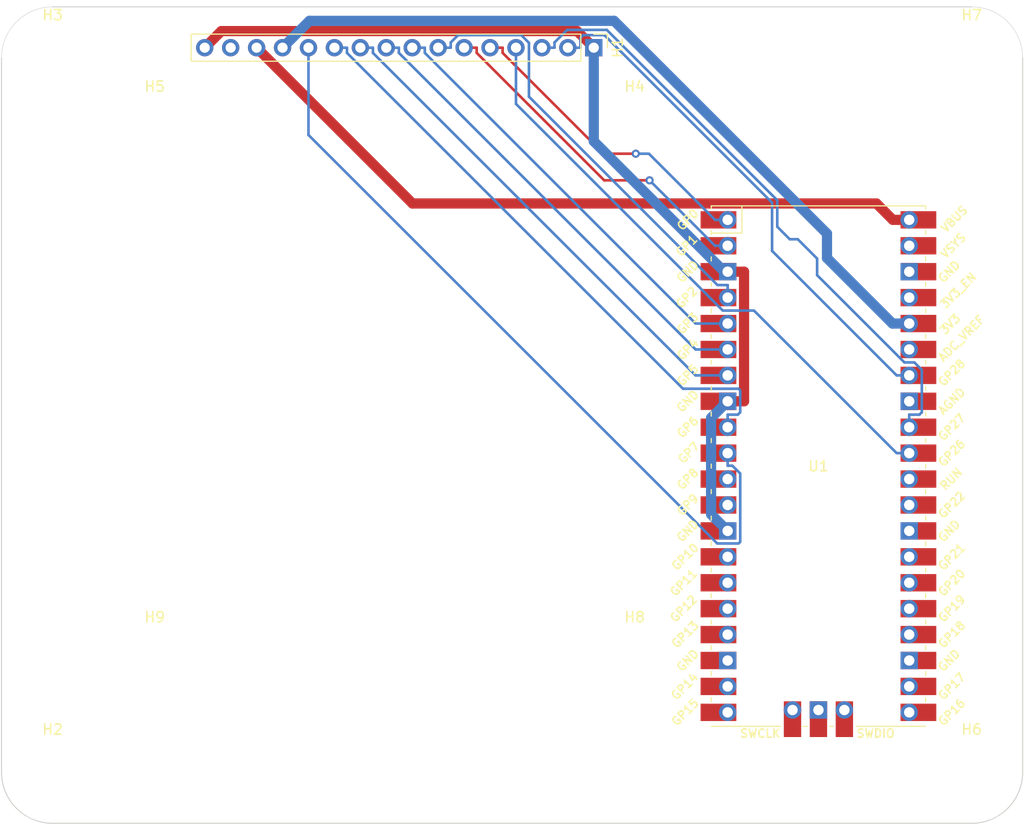
<source format=kicad_pcb>
(kicad_pcb (version 20211014) (generator pcbnew)
  (layers (0 "F.Cu" signal) (31 "B.Cu" signal) (34 "B.Paste" user) (35 "F.Paste" user) (36 "B.SilkS" user "B.Silkscreen") (37 "F.SilkS" user "F.Silkscreen") (38 "B.Mask" user) (39 "F.Mask" user) (44 "Edge.Cuts" user))
  (net 0 "")
  (net 1 "/0V")
  (net 2 "/ADC2")
  (net 3 "/ADC1")
  (net 4 "/ADC0")
  (net 5 "/GP0")
  (net 6 "/GP1")
  (net 7 "/GP2")
  (net 8 "/GP3")
  (net 9 "/GP4")
  (net 10 "/GP5")
  (net 11 "/GP6")
  (net 12 "/GP7")
  (net 13 "/3.3V")
  (net 14 "/5V")
  (net 15 "/12V")
  (net 16 "/GP8")
  (net 17 "/GP9")
  (footprint "MountingHole:MountingHole_3.2mm_M3" (layer "F.Cu") (at 117 99)
    (fp_text reference "H8" (at 0 -4.2) (layer "F.SilkS"))
    (fp_text value "MountingHole")
    (pad "" np_thru_hole circle (at 0 0) (size 3.2 3.2) (drill 3.2) (layers *.Cu *.Mask))
  )
  (footprint "MCU_RaspberryPi_and_Boards:RPi_Pico_SMD_TH" (layer "F.Cu") (at 135 80)
    (fp_text reference "U1" (at 0 0) (layer "F.SilkS"))
    (fp_text value "Pico")
    (fp_text user "GP12" (at -13.2 13.97 45) (layer "F.SilkS") (effects (font (size 0.8 0.8))))
    (fp_text user "SWCLK" (at -5.7 26.2) (layer "F.SilkS") (effects (font (size 0.8 0.8))))
    (fp_text user "GP13" (at -13.054 16.51 45) (layer "F.SilkS") (effects (font (size 0.8 0.8))))
    (fp_text user "GP22" (at 13.054 3.81 45) (layer "F.SilkS") (effects (font (size 0.8 0.8))))
    (fp_text user "RUN" (at 13 1.27 45) (layer "F.SilkS") (effects (font (size 0.8 0.8))))
    (fp_text user "GND" (at -12.8 19.05 45) (layer "F.SilkS") (effects (font (size 0.8 0.8))))
    (fp_text user "AGND" (at 13.054 -6.35 45) (layer "F.SilkS") (effects (font (size 0.8 0.8))))
    (fp_text user "GP27" (at 13.054 -3.8 45) (layer "F.SilkS") (effects (font (size 0.8 0.8))))
    (fp_text user "ADC_VREF" (at 14 -12.5 45) (layer "F.SilkS") (effects (font (size 0.8 0.8))))
    (fp_text user "GP7" (at -12.7 -1.3 45) (layer "F.SilkS") (effects (font (size 0.8 0.8))))
    (fp_text user "GND" (at -12.8 -19.05 45) (layer "F.SilkS") (effects (font (size 0.8 0.8))))
    (fp_text user "GP14" (at -13.1 21.59 45) (layer "F.SilkS") (effects (font (size 0.8 0.8))))
    (fp_text user "GP28" (at 13.054 -9.144 45) (layer "F.SilkS") (effects (font (size 0.8 0.8))))
    (fp_text user "3V3_EN" (at 13.7 -17.2 45) (layer "F.SilkS") (effects (font (size 0.8 0.8))))
    (fp_text user "GND" (at 12.8 6.35 45) (layer "F.SilkS") (effects (font (size 0.8 0.8))))
    (fp_text user "3V3" (at 12.9 -13.9 45) (layer "F.SilkS") (effects (font (size 0.8 0.8))))
    (fp_text user "VBUS" (at 13.3 -24.2 45) (layer "F.SilkS") (effects (font (size 0.8 0.8))))
    (fp_text user "GP2" (at -12.9 -16.51 45) (layer "F.SilkS") (effects (font (size 0.8 0.8))))
    (fp_text user "GP1" (at -12.9 -21.6 45) (layer "F.SilkS") (effects (font (size 0.8 0.8))))
    (fp_text user "GP17" (at 13.054 21.59 45) (layer "F.SilkS") (effects (font (size 0.8 0.8))))
    (fp_text user "GP10" (at -13.054 8.89 45) (layer "F.SilkS") (effects (font (size 0.8 0.8))))
    (fp_text user "GND" (at 12.8 -19.05 45) (layer "F.SilkS") (effects (font (size 0.8 0.8))))
    (fp_text user "GND" (at 12.8 19.05 45) (layer "F.SilkS") (effects (font (size 0.8 0.8))))
    (fp_text user "GP16" (at 13.054 24.13 45) (layer "F.SilkS") (effects (font (size 0.8 0.8))))
    (fp_text user "GND" (at -12.8 -6.35 45) (layer "F.SilkS") (effects (font (size 0.8 0.8))))
    (fp_text user "GND" (at -12.8 6.35 45) (layer "F.SilkS") (effects (font (size 0.8 0.8))))
    (fp_text user "VSYS" (at 13.2 -21.59 45) (layer "F.SilkS") (effects (font (size 0.8 0.8))))
    (fp_text user "GP8" (at -12.8 1.27 45) (layer "F.SilkS") (effects (font (size 0.8 0.8))))
    (fp_text user "GP0" (at -12.8 -24.13 45) (layer "F.SilkS") (effects (font (size 0.8 0.8))))
    (fp_text user "SWDIO" (at 5.6 26.2) (layer "F.SilkS") (effects (font (size 0.8 0.8))))
    (fp_text user "GP18" (at 13.054 16.51 45) (layer "F.SilkS") (effects (font (size 0.8 0.8))))
    (fp_text user "GP4" (at -12.8 -11.43 45) (layer "F.SilkS") (effects (font (size 0.8 0.8))))
    (fp_text user "GP6" (at -12.8 -3.81 45) (layer "F.SilkS") (effects (font (size 0.8 0.8))))
    (fp_text user "GP3" (at -12.8 -13.97 45) (layer "F.SilkS") (effects (font (size 0.8 0.8))))
    (fp_text user "GP9" (at -12.8 3.81 45) (layer "F.SilkS") (effects (font (size 0.8 0.8))))
    (fp_text user "GP26" (at 13.054 -1.27 45) (layer "F.SilkS") (effects (font (size 0.8 0.8))))
    (fp_text user "GP20" (at 13.054 11.43 45) (layer "F.SilkS") (effects (font (size 0.8 0.8))))
    (fp_text user "GP5" (at -12.8 -8.89 45) (layer "F.SilkS") (effects (font (size 0.8 0.8))))
    (fp_text user "GP19" (at 13.054 13.97 45) (layer "F.SilkS") (effects (font (size 0.8 0.8))))
    (fp_text user "GP21" (at 13.054 8.9 45) (layer "F.SilkS") (effects (font (size 0.8 0.8))))
    (fp_text user "GP15" (at -13.054 24.13 45) (layer "F.SilkS") (effects (font (size 0.8 0.8))))
    (fp_text user "GP11" (at -13.2 11.43 45) (layer "F.SilkS") (effects (font (size 0.8 0.8))))
    (fp_line (start -3.7 25.5) (end -10.5 25.5) (layer "F.SilkS") (width 0.12))
    (fp_line (start 10.5 -15.4) (end 10.5 -15) (layer "F.SilkS") (width 0.12))
    (fp_line (start -10.5 15.1) (end -10.5 15.5) (layer "F.SilkS") (width 0.12))
    (fp_line (start -10.5 -15.4) (end -10.5 -15) (layer "F.SilkS") (width 0.12))
    (fp_line (start -10.5 -2.7) (end -10.5 -2.3) (layer "F.SilkS") (width 0.12))
    (fp_line (start -10.5 20.1) (end -10.5 20.5) (layer "F.SilkS") (width 0.12))
    (fp_line (start -10.5 -23.1) (end -10.5 -22.7) (layer "F.SilkS") (width 0.12))
    (fp_line (start -10.5 -12.9) (end -10.5 -12.5) (layer "F.SilkS") (width 0.12))
    (fp_line (start -10.5 -22.833) (end -7.493 -22.833) (layer "F.SilkS") (width 0.12))
    (fp_line (start 10.5 -25.5) (end 10.5 -25.2) (layer "F.SilkS") (width 0.12))
    (fp_line (start 10.5 4.9) (end 10.5 5.3) (layer "F.SilkS") (width 0.12))
    (fp_line (start 10.5 25.5) (end 3.7 25.5) (layer "F.SilkS") (width 0.12))
    (fp_line (start -10.5 -20.5) (end -10.5 -20.1) (layer "F.SilkS") (width 0.12))
    (fp_line (start 10.5 -10.4) (end 10.5 -10) (layer "F.SilkS") (width 0.12))
    (fp_line (start 10.5 -2.7) (end 10.5 -2.3) (layer "F.SilkS") (width 0.12))
    (fp_line (start -10.5 22.7) (end -10.5 23.1) (layer "F.SilkS") (width 0.12))
    (fp_line (start 10.5 10) (end 10.5 10.4) (layer "F.SilkS") (width 0.12))
    (fp_line (start -10.5 -7.8) (end -10.5 -7.4) (layer "F.SilkS") (width 0.12))
    (fp_line (start -10.5 -25.5) (end -10.5 -25.2) (layer "F.SilkS") (width 0.12))
    (fp_line (start -10.5 -18) (end -10.5 -17.6) (layer "F.SilkS") (width 0.12))
    (fp_line (start 10.5 -0.2) (end 10.5 0.2) (layer "F.SilkS") (width 0.12))
    (fp_line (start -10.5 -0.2) (end -10.5 0.2) (layer "F.SilkS") (width 0.12))
    (fp_line (start 10.5 -20.5) (end 10.5 -20.1) (layer "F.SilkS") (width 0.12))
    (fp_line (start -10.5 7.4) (end -10.5 7.8) (layer "F.SilkS") (width 0.12))
    (fp_line (start 10.5 -18) (end 10.5 -17.6) (layer "F.SilkS") (width 0.12))
    (fp_line (start 10.5 12.5) (end 10.5 12.9) (layer "F.SilkS") (width 0.12))
    (fp_line (start 10.5 20.1) (end 10.5 20.5) (layer "F.SilkS") (width 0.12))
    (fp_line (start -1.5 25.5) (end -1.1 25.5) (layer "F.SilkS") (width 0.12))
    (fp_line (start -10.5 10) (end -10.5 10.4) (layer "F.SilkS") (width 0.12))
    (fp_line (start 10.5 2.3) (end 10.5 2.7) (layer "F.SilkS") (width 0.12))
    (fp_line (start -10.5 4.9) (end -10.5 5.3) (layer "F.SilkS") (width 0.12))
    (fp_line (start 10.5 22.7) (end 10.5 23.1) (layer "F.SilkS") (width 0.12))
    (fp_line (start 10.5 15.1) (end 10.5 15.5) (layer "F.SilkS") (width 0.12))
    (fp_line (start 10.5 -5.3) (end 10.5 -4.9) (layer "F.SilkS") (width 0.12))
    (fp_line (start 10.5 7.4) (end 10.5 7.8) (layer "F.SilkS") (width 0.12))
    (fp_line (start -7.493 -22.833) (end -7.493 -25.5) (layer "F.SilkS") (width 0.12))
    (fp_line (start -10.5 -25.5) (end 10.5 -25.5) (layer "F.SilkS") (width 0.12))
    (fp_line (start -10.5 12.5) (end -10.5 12.9) (layer "F.SilkS") (width 0.12))
    (fp_line (start -10.5 2.3) (end -10.5 2.7) (layer "F.SilkS") (width 0.12))
    (fp_line (start 10.5 -23.1) (end 10.5 -22.7) (layer "F.SilkS") (width 0.12))
    (fp_line (start 10.5 -7.8) (end 10.5 -7.4) (layer "F.SilkS") (width 0.12))
    (fp_line (start -10.5 17.6) (end -10.5 18) (layer "F.SilkS") (width 0.12))
    (fp_line (start 10.5 -12.9) (end 10.5 -12.5) (layer "F.SilkS") (width 0.12))
    (fp_line (start -10.5 -10.4) (end -10.5 -10) (layer "F.SilkS") (width 0.12))
    (fp_line (start 1.1 25.5) (end 1.5 25.5) (layer "F.SilkS") (width 0.12))
    (fp_line (start -10.5 -5.3) (end -10.5 -4.9) (layer "F.SilkS") (width 0.12))
    (fp_line (start 10.5 17.6) (end 10.5 18) (layer "F.SilkS") (width 0.12))
    (pad "" np_thru_hole oval (at -2.725 -24) (size 1.8 1.8) (drill 1.8) (layers *.Cu *.Mask))
    (pad "" np_thru_hole oval (at -2.425 -20.97) (size 1.5 1.5) (drill 1.5) (layers *.Cu *.Mask))
    (pad "" np_thru_hole oval (at 2.425 -20.97) (size 1.5 1.5) (drill 1.5) (layers *.Cu *.Mask))
    (pad "" np_thru_hole oval (at 2.725 -24) (size 1.8 1.8) (drill 1.8) (layers *.Cu *.Mask))
    (pad "1" smd rect (at -8.89 -24.13) (size 3.5 1.7) (drill (offset -0.9 0)) (layers "F.Cu" "F.Mask") (net 5 "/GP0"))
    (pad "1" thru_hole oval (at -8.89 -24.13) (size 1.7 1.7) (drill 1.02) (layers *.Cu *.Mask) (net 5 "/GP0"))
    (pad "2" smd rect (at -8.89 -21.59) (size 3.5 1.7) (drill (offset -0.9 0)) (layers "F.Cu" "F.Mask") (net 6 "/GP1"))
    (pad "2" thru_hole oval (at -8.89 -21.59) (size 1.7 1.7) (drill 1.02) (layers *.Cu *.Mask) (net 6 "/GP1"))
    (pad "3" smd rect (at -8.89 -19.05) (size 3.5 1.7) (drill (offset -0.9 0)) (layers "F.Cu" "F.Mask") (net 1 "/0V"))
    (pad "3" thru_hole rect (at -8.89 -19.05) (size 1.7 1.7) (drill 1.02) (layers *.Cu *.Mask) (net 1 "/0V"))
    (pad "4" smd rect (at -8.89 -16.51) (size 3.5 1.7) (drill (offset -0.9 0)) (layers "F.Cu" "F.Mask") (net 7 "/GP2"))
    (pad "4" thru_hole oval (at -8.89 -16.51) (size 1.7 1.7) (drill 1.02) (layers *.Cu *.Mask) (net 7 "/GP2"))
    (pad "5" thru_hole oval (at -8.89 -13.97) (size 1.7 1.7) (drill 1.02) (layers *.Cu *.Mask) (net 8 "/GP3"))
    (pad "5" smd rect (at -8.89 -13.97) (size 3.5 1.7) (drill (offset -0.9 0)) (layers "F.Cu" "F.Mask") (net 8 "/GP3"))
    (pad "6" smd rect (at -8.89 -11.43) (size 3.5 1.7) (drill (offset -0.9 0)) (layers "F.Cu" "F.Mask") (net 9 "/GP4"))
    (pad "6" thru_hole oval (at -8.89 -11.43) (size 1.7 1.7) (drill 1.02) (layers *.Cu *.Mask) (net 9 "/GP4"))
    (pad "7" smd rect (at -8.89 -8.89) (size 3.5 1.7) (drill (offset -0.9 0)) (layers "F.Cu" "F.Mask") (net 10 "/GP5"))
    (pad "7" thru_hole oval (at -8.89 -8.89) (size 1.7 1.7) (drill 1.02) (layers *.Cu *.Mask) (net 10 "/GP5"))
    (pad "8" thru_hole rect (at -8.89 -6.35) (size 1.7 1.7) (drill 1.02) (layers *.Cu *.Mask) (net 1 "/0V"))
    (pad "8" smd rect (at -8.89 -6.35) (size 3.5 1.7) (drill (offset -0.9 0)) (layers "F.Cu" "F.Mask") (net 1 "/0V"))
    (pad "9" thru_hole oval (at -8.89 -3.81) (size 1.7 1.7) (drill 1.02) (layers *.Cu *.Mask) (net 11 "/GP6"))
    (pad "9" smd rect (at -8.89 -3.81) (size 3.5 1.7) (drill (offset -0.9 0)) (layers "F.Cu" "F.Mask") (net 11 "/GP6"))
    (pad "10" thru_hole oval (at -8.89 -1.27) (size 1.7 1.7) (drill 1.02) (layers *.Cu *.Mask) (net 12 "/GP7"))
    (pad "10" smd rect (at -8.89 -1.27) (size 3.5 1.7) (drill (offset -0.9 0)) (layers "F.Cu" "F.Mask") (net 12 "/GP7"))
    (pad "11" thru_hole oval (at -8.89 1.27) (size 1.7 1.7) (drill 1.02) (layers *.Cu *.Mask) (net 16 "/GP8"))
    (pad "11" smd rect (at -8.89 1.27) (size 3.5 1.7) (drill (offset -0.9 0)) (layers "F.Cu" "F.Mask") (net 16 "/GP8"))
    (pad "12" thru_hole oval (at -8.89 3.81) (size 1.7 1.7) (drill 1.02) (layers *.Cu *.Mask) (net 17 "/GP9"))
    (pad "12" smd rect (at -8.89 3.81) (size 3.5 1.7) (drill (offset -0.9 0)) (layers "F.Cu" "F.Mask") (net 17 "/GP9"))
    (pad "13" smd rect (at -8.89 6.35) (size 3.5 1.7) (drill (offset -0.9 0)) (layers "F.Cu" "F.Mask") (net 1 "/0V"))
    (pad "13" thru_hole rect (at -8.89 6.35) (size 1.7 1.7) (drill 1.02) (layers *.Cu *.Mask) (net 1 "/0V"))
    (pad "14" smd rect (at -8.89 8.89) (size 3.5 1.7) (drill (offset -0.9 0)) (layers "F.Cu" "F.Mask"))
    (pad "14" thru_hole oval (at -8.89 8.89) (size 1.7 1.7) (drill 1.02) (layers *.Cu *.Mask))
    (pad "15" smd rect (at -8.89 11.43) (size 3.5 1.7) (drill (offset -0.9 0)) (layers "F.Cu" "F.Mask"))
    (pad "15" thru_hole oval (at -8.89 11.43) (size 1.7 1.7) (drill 1.02) (layers *.Cu *.Mask))
    (pad "16" smd rect (at -8.89 13.97) (size 3.5 1.7) (drill (offset -0.9 0)) (layers "F.Cu" "F.Mask"))
    (pad "16" thru_hole oval (at -8.89 13.97) (size 1.7 1.7) (drill 1.02) (layers *.Cu *.Mask))
    (pad "17" smd rect (at -8.89 16.51) (size 3.5 1.7) (drill (offset -0.9 0)) (layers "F.Cu" "F.Mask"))
    (pad "17" thru_hole oval (at -8.89 16.51) (size 1.7 1.7) (drill 1.02) (layers *.Cu *.Mask))
    (pad "18" thru_hole rect (at -8.89 19.05) (size 1.7 1.7) (drill 1.02) (layers *.Cu *.Mask))
    (pad "18" smd rect (at -8.89 19.05) (size 3.5 1.7) (drill (offset -0.9 0)) (layers "F.Cu" "F.Mask"))
    (pad "19" thru_hole oval (at -8.89 21.59) (size 1.7 1.7) (drill 1.02) (layers *.Cu *.Mask))
    (pad "19" smd rect (at -8.89 21.59) (size 3.5 1.7) (drill (offset -0.9 0)) (layers "F.Cu" "F.Mask"))
    (pad "20" thru_hole oval (at -8.89 24.13) (size 1.7 1.7) (drill 1.02) (layers *.Cu *.Mask))
    (pad "20" smd rect (at -8.89 24.13) (size 3.5 1.7) (drill (offset -0.9 0)) (layers "F.Cu" "F.Mask"))
    (pad "21" smd rect (at 8.89 24.13) (size 3.5 1.7) (drill (offset 0.9 0)) (layers "F.Cu" "F.Mask"))
    (pad "21" thru_hole oval (at 8.89 24.13) (size 1.7 1.7) (drill 1.02) (layers *.Cu *.Mask))
    (pad "22" thru_hole oval (at 8.89 21.59) (size 1.7 1.7) (drill 1.02) (layers *.Cu *.Mask))
    (pad "22" smd rect (at 8.89 21.59) (size 3.5 1.7) (drill (offset 0.9 0)) (layers "F.Cu" "F.Mask"))
    (pad "23" smd rect (at 8.89 19.05) (size 3.5 1.7) (drill (offset 0.9 0)) (layers "F.Cu" "F.Mask"))
    (pad "23" thru_hole rect (at 8.89 19.05) (size 1.7 1.7) (drill 1.02) (layers *.Cu *.Mask))
    (pad "24" thru_hole oval (at 8.89 16.51) (size 1.7 1.7) (drill 1.02) (layers *.Cu *.Mask))
    (pad "24" smd rect (at 8.89 16.51) (size 3.5 1.7) (drill (offset 0.9 0)) (layers "F.Cu" "F.Mask"))
    (pad "25" thru_hole oval (at 8.89 13.97) (size 1.7 1.7) (drill 1.02) (layers *.Cu *.Mask))
    (pad "25" smd rect (at 8.89 13.97) (size 3.5 1.7) (drill (offset 0.9 0)) (layers "F.Cu" "F.Mask"))
    (pad "26" thru_hole oval (at 8.89 11.43) (size 1.7 1.7) (drill 1.02) (layers *.Cu *.Mask))
    (pad "26" smd rect (at 8.89 11.43) (size 3.5 1.7) (drill (offset 0.9 0)) (layers "F.Cu" "F.Mask"))
    (pad "27" thru_hole oval (at 8.89 8.89) (size 1.7 1.7) (drill 1.02) (layers *.Cu *.Mask))
    (pad "27" smd rect (at 8.89 8.89) (size 3.5 1.7) (drill (offset 0.9 0)) (layers "F.Cu" "F.Mask"))
    (pad "28" thru_hole rect (at 8.89 6.35) (size 1.7 1.7) (drill 1.02) (layers *.Cu *.Mask))
    (pad "28" smd rect (at 8.89 6.35) (size 3.5 1.7) (drill (offset 0.9 0)) (layers "F.Cu" "F.Mask"))
    (pad "29" thru_hole oval (at 8.89 3.81) (size 1.7 1.7) (drill 1.02) (layers *.Cu *.Mask))
    (pad "29" smd rect (at 8.89 3.81) (size 3.5 1.7) (drill (offset 0.9 0)) (layers "F.Cu" "F.Mask"))
    (pad "30" smd rect (at 8.89 1.27) (size 3.5 1.7) (drill (offset 0.9 0)) (layers "F.Cu" "F.Mask"))
    (pad "30" thru_hole oval (at 8.89 1.27) (size 1.7 1.7) (drill 1.02) (layers *.Cu *.Mask))
    (pad "31" smd rect (at 8.89 -1.27) (size 3.5 1.7) (drill (offset 0.9 0)) (layers "F.Cu" "F.Mask") (net 4 "/ADC0"))
    (pad "31" thru_hole oval (at 8.89 -1.27) (size 1.7 1.7) (drill 1.02) (layers *.Cu *.Mask) (net 4 "/ADC0"))
    (pad "32" thru_hole oval (at 8.89 -3.81) (size 1.7 1.7) (drill 1.02) (layers *.Cu *.Mask) (net 3 "/ADC1"))
    (pad "32" smd rect (at 8.89 -3.81) (size 3.5 1.7) (drill (offset 0.9 0)) (layers "F.Cu" "F.Mask") (net 3 "/ADC1"))
    (pad "33" smd rect (at 8.89 -6.35) (size 3.5 1.7) (drill (offset 0.9 0)) (layers "F.Cu" "F.Mask"))
    (pad "33" thru_hole rect (at 8.89 -6.35) (size 1.7 1.7) (drill 1.02) (layers *.Cu *.Mask))
    (pad "34" thru_hole oval (at 8.89 -8.89) (size 1.7 1.7) (drill 1.02) (layers *.Cu *.Mask) (net 2 "/ADC2"))
    (pad "34" smd rect (at 8.89 -8.89) (size 3.5 1.7) (drill (offset 0.9 0)) (layers "F.Cu" "F.Mask") (net 2 "/ADC2"))
    (pad "35" smd rect (at 8.89 -11.43) (size 3.5 1.7) (drill (offset 0.9 0)) (layers "F.Cu" "F.Mask"))
    (pad "35" thru_hole oval (at 8.89 -11.43) (size 1.7 1.7) (drill 1.02) (layers *.Cu *.Mask))
    (pad "36" thru_hole oval (at 8.89 -13.97) (size 1.7 1.7) (drill 1.02) (layers *.Cu *.Mask) (net 13 "/3.3V"))
    (pad "36" smd rect (at 8.89 -13.97) (size 3.5 1.7) (drill (offset 0.9 0)) (layers "F.Cu" "F.Mask") (net 13 "/3.3V"))
    (pad "37" smd rect (at 8.89 -16.51) (size 3.5 1.7) (drill (offset 0.9 0)) (layers "F.Cu" "F.Mask"))
    (pad "37" thru_hole oval (at 8.89 -16.51) (size 1.7 1.7) (drill 1.02) (layers *.Cu *.Mask))
    (pad "38" smd rect (at 8.89 -19.05) (size 3.5 1.7) (drill (offset 0.9 0)) (layers "F.Cu" "F.Mask"))
    (pad "38" thru_hole rect (at 8.89 -19.05) (size 1.7 1.7) (drill 1.02) (layers *.Cu *.Mask))
    (pad "39" thru_hole oval (at 8.89 -21.59) (size 1.7 1.7) (drill 1.02) (layers *.Cu *.Mask))
    (pad "39" smd rect (at 8.89 -21.59) (size 3.5 1.7) (drill (offset 0.9 0)) (layers "F.Cu" "F.Mask"))
    (pad "40" smd rect (at 8.89 -24.13) (size 3.5 1.7) (drill (offset 0.9 0)) (layers "F.Cu" "F.Mask") (net 14 "/5V"))
    (pad "40" thru_hole oval (at 8.89 -24.13) (size 1.7 1.7) (drill 1.02) (layers *.Cu *.Mask) (net 14 "/5V"))
    (pad "41" thru_hole oval (at -2.54 23.9) (size 1.7 1.7) (drill 1.02) (layers *.Cu *.Mask))
    (pad "41" smd rect (at -2.54 23.9 90) (size 3.5 1.7) (drill (offset -0.9 0)) (layers "F.Cu" "F.Mask"))
    (pad "42" thru_hole rect (at 0 23.9) (size 1.7 1.7) (drill 1.02) (layers *.Cu *.Mask))
    (pad "42" smd rect (at 0 23.9 90) (size 3.5 1.7) (drill (offset -0.9 0)) (layers "F.Cu" "F.Mask"))
    (pad "43" thru_hole oval (at 2.54 23.9) (size 1.7 1.7) (drill 1.02) (layers *.Cu *.Mask))
    (pad "43" smd rect (at 2.54 23.9 90) (size 3.5 1.7) (drill (offset -0.9 0)) (layers "F.Cu" "F.Mask"))
  )
  (footprint "MountingHole:MountingHole_3.2mm_M3" (layer "F.Cu") (at 70 99)
    (fp_text reference "H9" (at 0 -4.2) (layer "F.SilkS"))
    (fp_text value "MountingHole")
    (pad "" np_thru_hole circle (at 0 0) (size 3.2 3.2) (drill 3.2) (layers *.Cu *.Mask))
  )
  (footprint "MountingHole:MountingHole_3.2mm_M3" (layer "F.Cu") (at 117 47)
    (fp_text reference "H4" (at 0 -4.2) (layer "F.SilkS"))
    (fp_text value "MountingHole")
    (pad "" np_thru_hole circle (at 0 0) (size 3.2 3.2) (drill 3.2) (layers *.Cu *.Mask))
  )
  (footprint "Connector_PinHeader_2.54mm:PinHeader_1x16_P2.54mm_Vertical" (layer "F.Cu") (at 113 39 -90)
    (fp_text reference "H1" (at 0 -2.33 -90) (layer "F.SilkS"))
    (fp_text value "Conn_01x16")
    (fp_line (start -1.33 0) (end -1.33 -1.33) (layer "F.SilkS") (width 0.12))
    (fp_line (start -1.33 1.27) (end -1.33 39.43) (layer "F.SilkS") (width 0.12))
    (fp_line (start -1.33 -1.33) (end 0 -1.33) (layer "F.SilkS") (width 0.12))
    (fp_line (start 1.33 1.27) (end 1.33 39.43) (layer "F.SilkS") (width 0.12))
    (fp_line (start -1.33 1.27) (end 1.33 1.27) (layer "F.SilkS") (width 0.12))
    (fp_line (start -1.33 39.43) (end 1.33 39.43) (layer "F.SilkS") (width 0.12))
    (pad "1" thru_hole rect (at 0 0 270) (size 1.7 1.7) (drill 1) (layers *.Cu *.Mask) (net 1 "/0V"))
    (pad "2" thru_hole oval (at 0 2.54 270) (size 1.7 1.7) (drill 1) (layers *.Cu *.Mask) (net 2 "/ADC2"))
    (pad "3" thru_hole oval (at 0 5.08 270) (size 1.7 1.7) (drill 1) (layers *.Cu *.Mask) (net 3 "/ADC1"))
    (pad "4" thru_hole oval (at 0 7.62 270) (size 1.7 1.7) (drill 1) (layers *.Cu *.Mask) (net 4 "/ADC0"))
    (pad "5" thru_hole oval (at 0 10.16 270) (size 1.7 1.7) (drill 1) (layers *.Cu *.Mask) (net 5 "/GP0"))
    (pad "6" thru_hole oval (at 0 12.7 270) (size 1.7 1.7) (drill 1) (layers *.Cu *.Mask) (net 6 "/GP1"))
    (pad "7" thru_hole oval (at 0 15.24 270) (size 1.7 1.7) (drill 1) (layers *.Cu *.Mask) (net 7 "/GP2"))
    (pad "8" thru_hole oval (at 0 17.78 270) (size 1.7 1.7) (drill 1) (layers *.Cu *.Mask) (net 8 "/GP3"))
    (pad "9" thru_hole oval (at 0 20.32 270) (size 1.7 1.7) (drill 1) (layers *.Cu *.Mask) (net 9 "/GP4"))
    (pad "10" thru_hole oval (at 0 22.86 270) (size 1.7 1.7) (drill 1) (layers *.Cu *.Mask) (net 10 "/GP5"))
    (pad "11" thru_hole oval (at 0 25.4 270) (size 1.7 1.7) (drill 1) (layers *.Cu *.Mask) (net 11 "/GP6"))
    (pad "12" thru_hole oval (at 0 27.94 270) (size 1.7 1.7) (drill 1) (layers *.Cu *.Mask) (net 12 "/GP7"))
    (pad "13" thru_hole oval (at 0 30.48 270) (size 1.7 1.7) (drill 1) (layers *.Cu *.Mask) (net 13 "/3.3V"))
    (pad "14" thru_hole oval (at 0 33.02 270) (size 1.7 1.7) (drill 1) (layers *.Cu *.Mask) (net 14 "/5V"))
    (pad "15" thru_hole oval (at 0 35.56 270) (size 1.7 1.7) (drill 1) (layers *.Cu *.Mask) (net 15 "/12V"))
    (pad "16" thru_hole oval (at 0 38.1 270) (size 1.7 1.7) (drill 1) (layers *.Cu *.Mask) (net 1 "/0V"))
  )
  (footprint "MountingHole:MountingHole_3.2mm_M3" (layer "F.Cu") (at 60 40)
    (fp_text reference "H3" (at 0 -4.2) (layer "F.SilkS"))
    (fp_text value "MountingHole")
    (pad "" np_thru_hole circle (at 0 0) (size 3.2 3.2) (drill 3.2) (layers *.Cu *.Mask))
  )
  (footprint "MountingHole:MountingHole_3.2mm_M3" (layer "F.Cu") (at 70 47)
    (fp_text reference "H5" (at 0 -4.2) (layer "F.SilkS"))
    (fp_text value "MountingHole")
    (pad "" np_thru_hole circle (at 0 0) (size 3.2 3.2) (drill 3.2) (layers *.Cu *.Mask))
  )
  (footprint "MountingHole:MountingHole_3.2mm_M3" (layer "F.Cu") (at 150 110)
    (fp_text reference "H6" (at 0 -4.2) (layer "F.SilkS"))
    (fp_text value "MountingHole")
    (pad "" np_thru_hole circle (at 0 0) (size 3.2 3.2) (drill 3.2) (layers *.Cu *.Mask))
  )
  (footprint "MountingHole:MountingHole_3.2mm_M3" (layer "F.Cu") (at 60 110)
    (fp_text reference "H2" (at 0 -4.2) (layer "F.SilkS"))
    (fp_text value "MountingHole")
    (pad "" np_thru_hole circle (at 0 0) (size 3.2 3.2) (drill 3.2) (layers *.Cu *.Mask))
  )
  (footprint "MountingHole:MountingHole_3.2mm_M3" (layer "F.Cu") (at 150 40)
    (fp_text reference "H7" (at 0 -4.2) (layer "F.SilkS"))
    (fp_text value "MountingHole")
    (pad "" np_thru_hole circle (at 0 0) (size 3.2 3.2) (drill 3.2) (layers *.Cu *.Mask))
  )
  (gr_arc (start 60 115) (mid 56.464466 113.535534) (end 55 110) (layer "Edge.Cuts") (width 0.1))
  (gr_arc (start 155 110) (mid 153.535534 113.535534) (end 150 115) (layer "Edge.Cuts") (width 0.1))
  (gr_line (start 55 110) (end 55 40) (layer "Edge.Cuts") (width 0.1))
  (gr_line (start 155 40) (end 155 110) (layer "Edge.Cuts") (width 0.1))
  (gr_line (start 60 35) (end 150 35) (layer "Edge.Cuts") (width 0.1))
  (gr_arc (start 55 40) (mid 56.464466 36.464466) (end 60 35) (layer "Edge.Cuts") (width 0.05))
  (gr_arc (start 150 35) (mid 153.535534 36.464466) (end 155 40) (layer "Edge.Cuts") (width 0.05))
  (gr_line (start 150 115) (end 60 115) (layer "Edge.Cuts") (width 0.1))
  (segment (start 126.11 60.95) (end 127.7141 60.95) (width 1) (layer "F.Cu") (net 1))
  (segment (start 76.5265 37.3735) (end 111.3735 37.3735) (width 1) (layer "F.Cu") (net 1))
  (segment (start 126.11 73.65) (end 127.7141 73.65) (width 1) (layer "F.Cu") (net 1))
  (segment (start 74.9 39) (end 76.5265 37.3735) (width 1) (layer "F.Cu") (net 1))
  (segment (start 127.7141 73.65) (end 127.7141 60.95) (width 1) (layer "F.Cu") (net 1))
  (segment (start 111.3735 37.3735) (end 113 39) (width 1) (layer "F.Cu") (net 1))
  (segment (start 126.11 86.35) (end 124.4869 84.7269) (width 1) (layer "B.Cu") (net 1))
  (segment (start 125.7817 60.95) (end 126.11 60.95) (width 1) (layer "B.Cu") (net 1))
  (segment (start 113 39) (end 113 48.1683) (width 1) (layer "B.Cu") (net 1))
  (segment (start 124.4869 84.7269) (end 124.4869 75.2731) (width 1) (layer "B.Cu") (net 1))
  (segment (start 113 48.1683) (end 125.7817 60.95) (width 1) (layer "B.Cu") (net 1))
  (segment (start 124.4869 75.2731) (end 126.11 73.65) (width 1) (layer "B.Cu") (net 1))
  (segment (start 110.46 39) (end 111.6911 39) (width 0.254) (layer "B.Cu") (net 2))
  (segment (start 130.4601 54.1896) (end 114.0393 37.7688) (width 0.254) (layer "B.Cu") (net 2))
  (segment (start 114.0393 37.7688) (end 111.9615 37.7688) (width 0.254) (layer "B.Cu") (net 2))
  (segment (start 111.9615 37.7688) (end 111.6911 38.0392) (width 0.254) (layer "B.Cu") (net 2))
  (segment (start 143.89 71.11) (end 142.6589 71.11) (width 0.254) (layer "B.Cu") (net 2))
  (segment (start 142.6589 71.11) (end 130.4601 58.9112) (width 0.254) (layer "B.Cu") (net 2))
  (segment (start 111.6911 38.0392) (end 111.6911 39) (width 0.254) (layer "B.Cu") (net 2))
  (segment (start 130.4601 58.9112) (end 130.4601 54.1896) (width 0.254) (layer "B.Cu") (net 2))
  (segment (start 132.1918 57.7711) (end 130.9683 56.5476) (width 0.254) (layer "B.Cu") (net 3))
  (segment (start 144.8903 74.9589) (end 145.1244 74.7248) (width 0.254) (layer "B.Cu") (net 3))
  (segment (start 110.3863 37.2546) (end 109.1511 38.4898) (width 0.254) (layer "B.Cu") (net 3))
  (segment (start 144.3922 69.84) (end 143.4188 69.84) (width 0.254) (layer "B.Cu") (net 3))
  (segment (start 109.1511 38.4898) (end 109.1511 39) (width 0.254) (layer "B.Cu") (net 3))
  (segment (start 107.92 39) (end 109.1511 39) (width 0.254) (layer "B.Cu") (net 3))
  (segment (start 143.89 74.9589) (end 144.8903 74.9589) (width 0.254) (layer "B.Cu") (net 3))
  (segment (start 114.2728 37.2546) (end 110.3863 37.2546) (width 0.254) (layer "B.Cu") (net 3))
  (segment (start 143.4188 69.84) (end 134.8723 61.2935) (width 0.254) (layer "B.Cu") (net 3))
  (segment (start 145.1244 70.5722) (end 144.3922 69.84) (width 0.254) (layer "B.Cu") (net 3))
  (segment (start 134.8723 61.2935) (end 134.8723 59.6671) (width 0.254) (layer "B.Cu") (net 3))
  (segment (start 130.9683 53.9501) (end 114.2728 37.2546) (width 0.254) (layer "B.Cu") (net 3))
  (segment (start 145.1244 74.7248) (end 145.1244 70.5722) (width 0.254) (layer "B.Cu") (net 3))
  (segment (start 130.9683 56.5476) (end 130.9683 53.9501) (width 0.254) (layer "B.Cu") (net 3))
  (segment (start 143.89 76.19) (end 143.89 74.9589) (width 0.254) (layer "B.Cu") (net 3))
  (segment (start 132.9763 57.7711) (end 132.1918 57.7711) (width 0.254) (layer "B.Cu") (net 3))
  (segment (start 134.8723 59.6671) (end 132.9763 57.7711) (width 0.254) (layer "B.Cu") (net 3))
  (segment (start 143.89 78.73) (end 142.6589 78.73) (width 0.254) (layer "B.Cu") (net 4))
  (segment (start 142.6589 78.73) (end 128.6889 64.76) (width 0.254) (layer "B.Cu") (net 4))
  (segment (start 128.6889 64.76) (end 125.633 64.76) (width 0.254) (layer "B.Cu") (net 4))
  (segment (start 105.38 44.507) (end 105.38 39) (width 0.254) (layer "B.Cu") (net 4))
  (segment (start 125.633 64.76) (end 105.38 44.507) (width 0.254) (layer "B.Cu") (net 4))
  (segment (start 113.9485 49.3876) (end 104.0711 39.5102) (width 0.254) (layer "F.Cu") (net 5))
  (segment (start 117.1126 49.3876) (end 113.9485 49.3876) (width 0.254) (layer "F.Cu") (net 5))
  (segment (start 102.84 39) (end 104.0711 39) (width 0.254) (layer "F.Cu") (net 5))
  (segment (start 104.0711 39.5102) (end 104.0711 39) (width 0.254) (layer "F.Cu") (net 5))
  (via (at 117.1126 49.3876) (size 0.8) (drill 0.4) (layers "F.Cu" "B.Cu") (net 5))
  (segment (start 126.11 55.87) (end 124.8789 55.87) (width 0.254) (layer "B.Cu") (net 5))
  (segment (start 124.8789 55.87) (end 118.3965 49.3876) (width 0.254) (layer "B.Cu") (net 5))
  (segment (start 118.3965 49.3876) (end 117.1126 49.3876) (width 0.254) (layer "B.Cu") (net 5))
  (segment (start 100.3 39) (end 101.5311 39) (width 0.254) (layer "F.Cu") (net 6))
  (segment (start 114.019 51.9981) (end 101.5311 39.5102) (width 0.254) (layer "F.Cu") (net 6))
  (segment (start 101.5311 39.5102) (end 101.5311 39) (width 0.254) (layer "F.Cu") (net 6))
  (segment (start 118.4619 51.9981) (end 114.019 51.9981) (width 0.254) (layer "F.Cu") (net 6))
  (via (at 118.4619 51.9981) (size 0.8) (drill 0.4) (layers "F.Cu" "B.Cu") (net 6))
  (segment (start 124.8738 58.41) (end 118.4619 51.9981) (width 0.254) (layer "B.Cu") (net 6))
  (segment (start 126.11 58.41) (end 124.8738 58.41) (width 0.254) (layer "B.Cu") (net 6))
  (segment (start 99.715 37.7659) (end 98.9911 38.4898) (width 0.254) (layer "B.Cu") (net 7))
  (segment (start 97.76 39) (end 98.9911 39) (width 0.254) (layer "B.Cu") (net 7))
  (segment (start 106.65 43.7992) (end 106.65 38.5217) (width 0.254) (layer "B.Cu") (net 7))
  (segment (start 98.9911 38.4898) (end 98.9911 39) (width 0.254) (layer "B.Cu") (net 7))
  (segment (start 126.11 62.2589) (end 125.1097 62.2589) (width 0.254) (layer "B.Cu") (net 7))
  (segment (start 105.8942 37.7659) (end 99.715 37.7659) (width 0.254) (layer "B.Cu") (net 7))
  (segment (start 106.65 38.5217) (end 105.8942 37.7659) (width 0.254) (layer "B.Cu") (net 7))
  (segment (start 125.1097 62.2589) (end 106.65 43.7992) (width 0.254) (layer "B.Cu") (net 7))
  (segment (start 126.11 63.49) (end 126.11 62.2589) (width 0.254) (layer "B.Cu") (net 7))
  (segment (start 122.9709 66.03) (end 96.4511 39.5102) (width 0.254) (layer "B.Cu") (net 8))
  (segment (start 96.4511 39.5102) (end 96.4511 39) (width 0.254) (layer "B.Cu") (net 8))
  (segment (start 126.11 66.03) (end 122.9709 66.03) (width 0.254) (layer "B.Cu") (net 8))
  (segment (start 95.22 39) (end 96.4511 39) (width 0.254) (layer "B.Cu") (net 8))
  (segment (start 122.9709 68.57) (end 93.9111 39.5102) (width 0.254) (layer "B.Cu") (net 9))
  (segment (start 93.9111 39.5102) (end 93.9111 39) (width 0.254) (layer "B.Cu") (net 9))
  (segment (start 92.68 39) (end 93.9111 39) (width 0.254) (layer "B.Cu") (net 9))
  (segment (start 126.11 68.57) (end 122.9709 68.57) (width 0.254) (layer "B.Cu") (net 9))
  (segment (start 126.11 71.11) (end 122.9709 71.11) (width 0.254) (layer "B.Cu") (net 10))
  (segment (start 91.3711 39.5102) (end 91.3711 39) (width 0.254) (layer "B.Cu") (net 10))
  (segment (start 90.14 39) (end 91.3711 39) (width 0.254) (layer "B.Cu") (net 10))
  (segment (start 122.9709 71.11) (end 91.3711 39.5102) (width 0.254) (layer "B.Cu") (net 10))
  (segment (start 127.3412 72.5818) (end 127.1782 72.4188) (width 0.254) (layer "B.Cu") (net 11))
  (segment (start 127.1103 74.9589) (end 127.3412 74.728) (width 0.254) (layer "B.Cu") (net 11))
  (segment (start 127.1782 72.4188) (end 121.7397 72.4188) (width 0.254) (layer "B.Cu") (net 11))
  (segment (start 121.7397 72.4188) (end 88.8311 39.5102) (width 0.254) (layer "B.Cu") (net 11))
  (segment (start 88.8311 39.5102) (end 88.8311 39) (width 0.254) (layer "B.Cu") (net 11))
  (segment (start 126.11 74.9589) (end 127.1103 74.9589) (width 0.254) (layer "B.Cu") (net 11))
  (segment (start 127.3412 74.728) (end 127.3412 72.5818) (width 0.254) (layer "B.Cu") (net 11))
  (segment (start 126.11 76.19) (end 126.11 74.9589) (width 0.254) (layer "B.Cu") (net 11))
  (segment (start 87.6 39) (end 88.8311 39) (width 0.254) (layer "B.Cu") (net 11))
  (segment (start 126.11 79.9611) (end 126.5717 79.9611) (width 0.254) (layer "B.Cu") (net 12))
  (segment (start 126.5717 79.9611) (end 127.3412 80.7306) (width 0.254) (layer "B.Cu") (net 12))
  (segment (start 126.11 78.73) (end 126.11 79.9611) (width 0.254) (layer "B.Cu") (net 12))
  (segment (start 125.0882 87.5812) (end 85.06 47.553) (width 0.254) (layer "B.Cu") (net 12))
  (segment (start 127.3412 87.4182) (end 127.1782 87.5812) (width 0.254) (layer "B.Cu") (net 12))
  (segment (start 127.3412 80.7306) (end 127.3412 87.4182) (width 0.254) (layer "B.Cu") (net 12))
  (segment (start 127.1782 87.5812) (end 125.0882 87.5812) (width 0.254) (layer "B.Cu") (net 12))
  (segment (start 85.06 47.553) (end 85.06 39) (width 0.254) (layer "B.Cu") (net 12))
  (segment (start 114.9908 36.3704) (end 85.1496 36.3704) (width 1) (layer "B.Cu") (net 13))
  (segment (start 143.89 66.03) (end 142.2526 66.03) (width 1) (layer "B.Cu") (net 13))
  (segment (start 135.8372 59.6146) (end 135.8372 57.2168) (width 1) (layer "B.Cu") (net 13))
  (segment (start 85.1496 36.3704) (end 82.52 39) (width 1) (layer "B.Cu") (net 13))
  (segment (start 135.8372 57.2168) (end 114.9908 36.3704) (width 1) (layer "B.Cu") (net 13))
  (segment (start 142.2526 66.03) (end 135.8372 59.6146) (width 1) (layer "B.Cu") (net 13))
  (segment (start 142.2859 55.87) (end 140.6818 54.2659) (width 1) (layer "F.Cu") (net 14))
  (segment (start 140.6818 54.2659) (end 95.2459 54.2659) (width 1) (layer "F.Cu") (net 14))
  (segment (start 95.2459 54.2659) (end 79.98 39) (width 1) (layer "F.Cu") (net 14))
  (segment (start 143.89 55.87) (end 142.2859 55.87) (width 1) (layer "F.Cu") (net 14))
)
</source>
